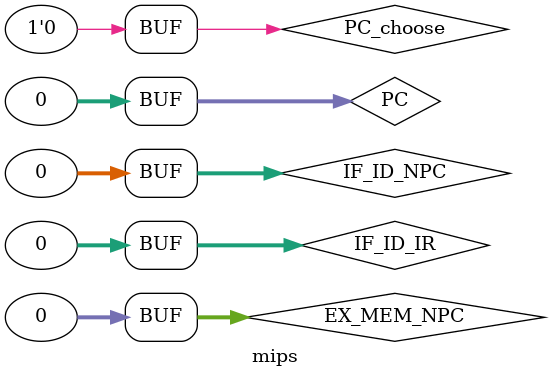
<source format=v>
`include "mux.v"
`include "incr.v"
`include "instruction_memory.v"

module mips();
    wire [31:0] PC, IF_ID_IR, IF_ID_NPC, EX_MEM_NPC;
    wire PC_choose;

    assign PC         = 32'h0;
    assign IF_ID_IR   = 32'h0;
    assign IF_ID_NPC  = 32'h0;
    assign EX_MEM_NPC = 32'h0;
    assign PC_choose  =  1'b0;
endmodule

</source>
